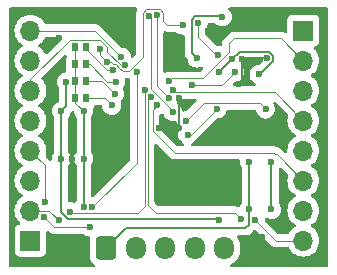
<source format=gbr>
%TF.GenerationSoftware,KiCad,Pcbnew,8.0.5*%
%TF.CreationDate,2024-12-01T15:07:37+09:00*%
%TF.ProjectId,PCA9685_ver4,50434139-3638-4355-9f76-6572342e6b69,rev?*%
%TF.SameCoordinates,Original*%
%TF.FileFunction,Copper,L2,Bot*%
%TF.FilePolarity,Positive*%
%FSLAX46Y46*%
G04 Gerber Fmt 4.6, Leading zero omitted, Abs format (unit mm)*
G04 Created by KiCad (PCBNEW 8.0.5) date 2024-12-01 15:07:37*
%MOMM*%
%LPD*%
G01*
G04 APERTURE LIST*
G04 Aperture macros list*
%AMRoundRect*
0 Rectangle with rounded corners*
0 $1 Rounding radius*
0 $2 $3 $4 $5 $6 $7 $8 $9 X,Y pos of 4 corners*
0 Add a 4 corners polygon primitive as box body*
4,1,4,$2,$3,$4,$5,$6,$7,$8,$9,$2,$3,0*
0 Add four circle primitives for the rounded corners*
1,1,$1+$1,$2,$3*
1,1,$1+$1,$4,$5*
1,1,$1+$1,$6,$7*
1,1,$1+$1,$8,$9*
0 Add four rect primitives between the rounded corners*
20,1,$1+$1,$2,$3,$4,$5,0*
20,1,$1+$1,$4,$5,$6,$7,0*
20,1,$1+$1,$6,$7,$8,$9,0*
20,1,$1+$1,$8,$9,$2,$3,0*%
G04 Aperture macros list end*
%TA.AperFunction,ComponentPad*%
%ADD10R,1.700000X1.700000*%
%TD*%
%TA.AperFunction,ComponentPad*%
%ADD11O,1.700000X1.700000*%
%TD*%
%TA.AperFunction,ComponentPad*%
%ADD12RoundRect,0.250000X-0.600000X-0.725000X0.600000X-0.725000X0.600000X0.725000X-0.600000X0.725000X0*%
%TD*%
%TA.AperFunction,ComponentPad*%
%ADD13O,1.700000X1.950000*%
%TD*%
%TA.AperFunction,SMDPad,CuDef*%
%ADD14R,0.600000X0.800000*%
%TD*%
%TA.AperFunction,ViaPad*%
%ADD15C,0.600000*%
%TD*%
%TA.AperFunction,Conductor*%
%ADD16C,0.200000*%
%TD*%
%TA.AperFunction,Conductor*%
%ADD17C,0.100000*%
%TD*%
G04 APERTURE END LIST*
D10*
%TO.P,J6,1,Pin_1*%
%TO.N,Net-(J6-Pin_1)*%
X137000000Y-72440000D03*
D11*
%TO.P,J6,2,Pin_2*%
%TO.N,DOUT1*%
X137000000Y-69900000D03*
%TO.P,J6,3,Pin_3*%
%TO.N,Net-(J6-Pin_3)*%
X137000000Y-67360000D03*
%TO.P,J6,4,Pin_4*%
%TO.N,COUT1*%
X137000000Y-64820000D03*
%TO.P,J6,5,Pin_5*%
%TO.N,Net-(J6-Pin_5)*%
X137000000Y-62280000D03*
%TO.P,J6,6,Pin_6*%
%TO.N,BOUT1*%
X137000000Y-59740000D03*
%TO.P,J6,7,Pin_7*%
%TO.N,Net-(J6-Pin_7)*%
X137000000Y-57200000D03*
%TO.P,J6,8,Pin_8*%
%TO.N,AOUT1*%
X137000000Y-54660000D03*
%TD*%
D10*
%TO.P,J3,1,Pin_1*%
%TO.N,Net-(J3-Pin_1)*%
X160100000Y-54660000D03*
D11*
%TO.P,J3,2,Pin_2*%
%TO.N,HOUT1*%
X160100000Y-57200000D03*
%TO.P,J3,3,Pin_3*%
%TO.N,Net-(J3-Pin_3)*%
X160100000Y-59740000D03*
%TO.P,J3,4,Pin_4*%
%TO.N,GOUT1*%
X160100000Y-62280000D03*
%TO.P,J3,5,Pin_5*%
%TO.N,Net-(J3-Pin_5)*%
X160100000Y-64820000D03*
%TO.P,J3,6,Pin_6*%
%TO.N,FOUT1*%
X160100000Y-67360000D03*
%TO.P,J3,7,Pin_7*%
%TO.N,Net-(J3-Pin_7)*%
X160100000Y-69900000D03*
%TO.P,J3,8,Pin_8*%
%TO.N,EOUT1*%
X160100000Y-72440000D03*
%TD*%
D12*
%TO.P,J1,1,Pin_1*%
%TO.N,+3V3*%
X143400000Y-73100000D03*
D13*
%TO.P,J1,2,Pin_2*%
%TO.N,A4*%
X145900000Y-73100000D03*
%TO.P,J1,3,Pin_3*%
%TO.N,SDA*%
X148400000Y-73100000D03*
%TO.P,J1,4,Pin_4*%
%TO.N,SCL*%
X150900000Y-73100000D03*
%TO.P,J1,5,Pin_5*%
%TO.N,+5V*%
X153400000Y-73100000D03*
%TD*%
D14*
%TO.P,JP2,1,A*%
%TO.N,+3V3*%
X140800000Y-57500000D03*
%TO.P,JP2,2,B*%
%TO.N,A1*%
X141700000Y-57500000D03*
%TD*%
%TO.P,JP4,1,A*%
%TO.N,+3V3*%
X140800000Y-60400000D03*
%TO.P,JP4,2,B*%
%TO.N,A3*%
X141700000Y-60400000D03*
%TD*%
%TO.P,JP1,1,A*%
%TO.N,+3V3*%
X140800000Y-56050000D03*
%TO.P,JP1,2,B*%
%TO.N,A0*%
X141700000Y-56050000D03*
%TD*%
%TO.P,JP3,1,A*%
%TO.N,+3V3*%
X140800000Y-58950000D03*
%TO.P,JP3,2,B*%
%TO.N,A2*%
X141700000Y-58950000D03*
%TD*%
D15*
%TO.N,Net-(U2-REFCOMP)*%
X151093750Y-57000000D03*
X153250000Y-53500000D03*
%TO.N,+3V3*%
X156350000Y-58370774D03*
X151200000Y-54000000D03*
X152846446Y-56746446D03*
X143498527Y-57297430D03*
X149900000Y-54200000D03*
X153000000Y-58200000D03*
X155515000Y-65776000D03*
X141500000Y-65500000D03*
X141500000Y-61500000D03*
X141500000Y-69600000D03*
X154100000Y-57100000D03*
X142907966Y-56207966D03*
X155500000Y-69800000D03*
%TO.N,+5V*%
X153000000Y-70700000D03*
X140049998Y-59000000D03*
X157400000Y-65800000D03*
X139600000Y-61500000D03*
X139600000Y-65500000D03*
X157400000Y-69800000D03*
%TO.N,SCL*%
X147000000Y-53400000D03*
X150175001Y-62297107D03*
X156900000Y-61300000D03*
X149050000Y-61527817D03*
%TO.N,SDA*%
X147749504Y-53372663D03*
X148707107Y-60392892D03*
X150700000Y-59300000D03*
X154300000Y-58200000D03*
%TO.N,EOUT1*%
X154800000Y-70600000D03*
X156050000Y-70700000D03*
X147200000Y-60300000D03*
%TO.N,GOUT1*%
X149050000Y-59700000D03*
%TO.N,FOUT1*%
X147730332Y-61000000D03*
%TO.N,HOUT1*%
X148730332Y-58953047D03*
%TO.N,A0*%
X144000000Y-58000000D03*
%TO.N,A1*%
X144201446Y-58998554D03*
%TO.N,A2*%
X144130000Y-59998554D03*
%TO.N,A3*%
X143880000Y-61000000D03*
%TO.N,A4*%
X156600000Y-73800000D03*
X149600000Y-62900000D03*
X149600000Y-60375000D03*
X157000000Y-57000000D03*
X141600000Y-53600000D03*
X148646875Y-56953125D03*
X154879035Y-57089685D03*
X140500000Y-65500000D03*
X158200000Y-71600000D03*
X142595000Y-61295000D03*
X155800000Y-61700000D03*
X156600000Y-72100000D03*
X154628130Y-59150000D03*
X149800000Y-66000000D03*
X149600000Y-64200000D03*
X139700000Y-57500000D03*
X147850000Y-62900000D03*
X139400000Y-55300000D03*
%TO.N,BOUT1*%
X145035412Y-57570822D03*
%TO.N,AOUT1*%
X144700000Y-56900000D03*
%TO.N,COUT1*%
X142050000Y-71300000D03*
X138181091Y-70481091D03*
X146000000Y-58200000D03*
X138200000Y-69200000D03*
X142250003Y-69600000D03*
%TO.N,DOUT1*%
X146700000Y-59700000D03*
X140363909Y-69986091D03*
X139400000Y-70700000D03*
%TO.N,Net-(U1-#OE)*%
X152800000Y-61300000D03*
X150300000Y-63500000D03*
%TO.N,A4*%
X156250000Y-54000000D03*
X152053750Y-54700000D03*
%TD*%
D16*
%TO.N,Net-(U2-REFCOMP)*%
X150650000Y-56556250D02*
X151093750Y-57000000D01*
X153250000Y-53500000D02*
X153200000Y-53450000D01*
X153200000Y-53450000D02*
X150972182Y-53450000D01*
X150650000Y-53772182D02*
X150650000Y-56556250D01*
X150972182Y-53450000D02*
X150650000Y-53772182D01*
D17*
%TO.N,+3V3*%
X144800000Y-58100000D02*
X145300000Y-58100000D01*
X143302570Y-57297430D02*
X143300000Y-57300000D01*
X143498527Y-57297430D02*
X142907966Y-56706869D01*
D16*
X156407044Y-58370774D02*
X156350000Y-58370774D01*
X154100000Y-57100000D02*
X153000000Y-58200000D01*
D17*
X142907966Y-56706869D02*
X142907966Y-56207966D01*
X151200000Y-55200000D02*
X152746446Y-56746446D01*
D16*
X155200000Y-71400000D02*
X145100000Y-71400000D01*
X155500000Y-69800000D02*
X155500000Y-71100000D01*
X154740902Y-56450000D02*
X157227818Y-56450000D01*
D17*
X148600000Y-54200000D02*
X149900000Y-54200000D01*
X144500000Y-57800000D02*
X144800000Y-58100000D01*
X140800000Y-60400000D02*
X140800000Y-60800000D01*
X143790323Y-57297430D02*
X143992893Y-57500000D01*
D16*
X154100000Y-57090902D02*
X154740902Y-56450000D01*
D17*
X146820230Y-52872663D02*
X147956611Y-52872663D01*
X140800000Y-60800000D02*
X141500000Y-61500000D01*
D16*
X155515000Y-69785000D02*
X155500000Y-69800000D01*
X155500000Y-71100000D02*
X155200000Y-71400000D01*
X155515000Y-65776000D02*
X155515000Y-69785000D01*
D17*
X152746446Y-56746446D02*
X152846446Y-56746446D01*
D16*
X157550000Y-57227818D02*
X156407044Y-58370774D01*
D17*
X144207107Y-57500000D02*
X144500000Y-57792893D01*
X144500000Y-57792893D02*
X144500000Y-57800000D01*
X146500000Y-56900000D02*
X146500000Y-53192893D01*
X151200000Y-54000000D02*
X151200000Y-55200000D01*
X140800000Y-56050000D02*
X140800000Y-60400000D01*
D16*
X157550000Y-56772182D02*
X157550000Y-57227818D01*
D17*
X143498527Y-57297430D02*
X143790323Y-57297430D01*
X146500000Y-53192893D02*
X146820230Y-52872663D01*
X148249504Y-53165556D02*
X148249504Y-53849504D01*
X143992893Y-57500000D02*
X144207107Y-57500000D01*
X148249504Y-53849504D02*
X148600000Y-54200000D01*
D16*
X145100000Y-71400000D02*
X143400000Y-73100000D01*
D17*
X145300000Y-58100000D02*
X146500000Y-56900000D01*
D16*
X154100000Y-57100000D02*
X154100000Y-57090902D01*
X157227818Y-56450000D02*
X157550000Y-56772182D01*
X141500000Y-65500000D02*
X141500000Y-61500000D01*
D17*
X147956611Y-52872663D02*
X148249504Y-53165556D01*
D16*
X141500000Y-65500000D02*
X141500000Y-69600000D01*
%TO.N,+5V*%
X139600000Y-65500000D02*
X139600000Y-61500000D01*
X139600000Y-70000000D02*
X140200000Y-70600000D01*
X140200000Y-70600000D02*
X152900000Y-70600000D01*
X157400000Y-65800000D02*
X157400000Y-69800000D01*
X152900000Y-70600000D02*
X153000000Y-70700000D01*
X140049998Y-59000000D02*
X140049998Y-61050002D01*
X139600000Y-65500000D02*
X139600000Y-69600000D01*
X140049998Y-61050002D02*
X139600000Y-61500000D01*
X139600000Y-69600000D02*
X139600000Y-70000000D01*
D17*
%TO.N,SCL*%
X156400000Y-60800000D02*
X151672108Y-60800000D01*
X156900000Y-61300000D02*
X156400000Y-60800000D01*
X147200000Y-59592893D02*
X149050000Y-61442893D01*
X151672108Y-60800000D02*
X150175001Y-62297107D01*
X147000000Y-53400000D02*
X147200000Y-53600000D01*
X147200000Y-53600000D02*
X147200000Y-59592893D01*
X149050000Y-61442893D02*
X149050000Y-61527817D01*
%TO.N,SDA*%
X147749504Y-53372663D02*
X147700000Y-53422167D01*
X147700000Y-53422167D02*
X147700000Y-59385785D01*
X147700000Y-59385785D02*
X148707107Y-60392892D01*
X153200000Y-59300000D02*
X150700000Y-59300000D01*
X154300000Y-58200000D02*
X153200000Y-59300000D01*
%TO.N,EOUT1*%
X147600000Y-70100000D02*
X154300000Y-70100000D01*
X156050000Y-70700000D02*
X157790000Y-72440000D01*
X146950000Y-69450000D02*
X147600000Y-70100000D01*
X157790000Y-72440000D02*
X160100000Y-72440000D01*
X147200000Y-60300000D02*
X146950000Y-60550000D01*
X154300000Y-70100000D02*
X154800000Y-70600000D01*
X146950000Y-60550000D02*
X146950000Y-69450000D01*
%TO.N,GOUT1*%
X149225000Y-59875000D02*
X157695000Y-59875000D01*
X157695000Y-59875000D02*
X160100000Y-62280000D01*
X149050000Y-59700000D02*
X149225000Y-59875000D01*
%TO.N,FOUT1*%
X157840000Y-65100000D02*
X160100000Y-67360000D01*
X147350000Y-63150000D02*
X149200000Y-65000000D01*
X157700000Y-65100000D02*
X157840000Y-65100000D01*
X147350000Y-61380332D02*
X147350000Y-63150000D01*
X157600000Y-65000000D02*
X157700000Y-65100000D01*
X147730332Y-61000000D02*
X147350000Y-61380332D01*
X149200000Y-65000000D02*
X157600000Y-65000000D01*
%TO.N,HOUT1*%
X153800000Y-56499999D02*
X153800000Y-55700000D01*
X154200000Y-55300000D02*
X158200000Y-55300000D01*
X148730332Y-58953047D02*
X148983379Y-58700000D01*
X153800000Y-55700000D02*
X154200000Y-55300000D01*
X158200000Y-55300000D02*
X160100000Y-57200000D01*
X148983379Y-58700000D02*
X151599999Y-58700000D01*
X151599999Y-58700000D02*
X153800000Y-56499999D01*
%TO.N,A0*%
X143493990Y-58000000D02*
X141700000Y-56206010D01*
X144000000Y-58000000D02*
X143493990Y-58000000D01*
X141700000Y-56206010D02*
X141700000Y-56050000D01*
%TO.N,A1*%
X142000000Y-57500000D02*
X141700000Y-57500000D01*
X143498554Y-58998554D02*
X142000000Y-57500000D01*
X144201446Y-58998554D02*
X143498554Y-58998554D01*
%TO.N,A2*%
X143081446Y-58950000D02*
X141700000Y-58950000D01*
X144130000Y-59998554D02*
X143081446Y-58950000D01*
%TO.N,A3*%
X141700000Y-60400000D02*
X143280000Y-60400000D01*
X143280000Y-60400000D02*
X143880000Y-61000000D01*
D16*
%TO.N,A4*%
X149600000Y-62900000D02*
X149600000Y-60375000D01*
X156600000Y-73800000D02*
X156600000Y-72100000D01*
X154968720Y-57000000D02*
X154879035Y-57089685D01*
X157000000Y-57000000D02*
X154968720Y-57000000D01*
X154879035Y-58899095D02*
X154628130Y-59150000D01*
X154879035Y-57089685D02*
X154879035Y-58899095D01*
X149600000Y-62900000D02*
X147850000Y-62900000D01*
D17*
%TO.N,BOUT1*%
X143500000Y-56439339D02*
X143500000Y-56092893D01*
X144631483Y-57570822D02*
X143500000Y-56439339D01*
X142857107Y-55450000D02*
X140350000Y-55450000D01*
X143500000Y-56092893D02*
X142857107Y-55450000D01*
X145035412Y-57570822D02*
X144631483Y-57570822D01*
X140350000Y-55450000D02*
X137000000Y-58800000D01*
X137000000Y-58800000D02*
X137000000Y-59740000D01*
%TO.N,AOUT1*%
X144700000Y-56900000D02*
X142460000Y-54660000D01*
X142460000Y-54660000D02*
X137000000Y-54660000D01*
%TO.N,COUT1*%
X146000000Y-58200000D02*
X146000000Y-65850003D01*
X138200000Y-66020000D02*
X137000000Y-64820000D01*
X139000000Y-71300000D02*
X138181091Y-70481091D01*
X142050000Y-71300000D02*
X139000000Y-71300000D01*
X146000000Y-65850003D02*
X142250003Y-69600000D01*
X138200000Y-69200000D02*
X138200000Y-66020000D01*
%TO.N,DOUT1*%
X139400000Y-70700000D02*
X138600000Y-69900000D01*
X140477818Y-70100000D02*
X140363909Y-69986091D01*
X146700000Y-69500000D02*
X146100000Y-70100000D01*
X138600000Y-69900000D02*
X137000000Y-69900000D01*
X146700000Y-59700000D02*
X146700000Y-69500000D01*
X146100000Y-70100000D02*
X140477818Y-70100000D01*
%TO.N,Net-(U1-#OE)*%
X152800000Y-61300000D02*
X150600000Y-63500000D01*
X150600000Y-63500000D02*
X150300000Y-63500000D01*
D16*
%TO.N,A4*%
X156250000Y-54000000D02*
X155550000Y-54700000D01*
X155550000Y-54700000D02*
X152053750Y-54700000D01*
%TD*%
%TA.AperFunction,Conductor*%
%TO.N,A4*%
G36*
X146000885Y-52720185D02*
G01*
X146046640Y-52772989D01*
X146056584Y-52842147D01*
X146041233Y-52886500D01*
X145995639Y-52965471D01*
X145987017Y-52980403D01*
X145982372Y-52997738D01*
X145949500Y-53120418D01*
X145949500Y-53120420D01*
X145949500Y-56620612D01*
X145929815Y-56687651D01*
X145913181Y-56708293D01*
X145709500Y-56911973D01*
X145648177Y-56945458D01*
X145578485Y-56940474D01*
X145522552Y-56898602D01*
X145498599Y-56838175D01*
X145485369Y-56720749D01*
X145485368Y-56720745D01*
X145475456Y-56692417D01*
X145425789Y-56550478D01*
X145419453Y-56540395D01*
X145329815Y-56397737D01*
X145202262Y-56270184D01*
X145049523Y-56174211D01*
X144879254Y-56114631D01*
X144879249Y-56114630D01*
X144712643Y-56095859D01*
X144648229Y-56068793D01*
X144638845Y-56060320D01*
X142798016Y-54219491D01*
X142798015Y-54219490D01*
X142672485Y-54147016D01*
X142672486Y-54147016D01*
X142608294Y-54129816D01*
X142532475Y-54109500D01*
X142532472Y-54109500D01*
X138312407Y-54109500D01*
X138245368Y-54089815D01*
X138200025Y-54037906D01*
X138195745Y-54028728D01*
X138174035Y-53982171D01*
X138174033Y-53982168D01*
X138038494Y-53788597D01*
X137871402Y-53621506D01*
X137871395Y-53621501D01*
X137677834Y-53485967D01*
X137677830Y-53485965D01*
X137677828Y-53485964D01*
X137463663Y-53386097D01*
X137463659Y-53386096D01*
X137463655Y-53386094D01*
X137235413Y-53324938D01*
X137235403Y-53324936D01*
X137000001Y-53304341D01*
X136999999Y-53304341D01*
X136764596Y-53324936D01*
X136764586Y-53324938D01*
X136536344Y-53386094D01*
X136536335Y-53386098D01*
X136322171Y-53485964D01*
X136322169Y-53485965D01*
X136128597Y-53621505D01*
X135961505Y-53788597D01*
X135825965Y-53982169D01*
X135825964Y-53982171D01*
X135726098Y-54196335D01*
X135726094Y-54196344D01*
X135664938Y-54424586D01*
X135664936Y-54424596D01*
X135644341Y-54659999D01*
X135644341Y-54660000D01*
X135664936Y-54895403D01*
X135664938Y-54895413D01*
X135726094Y-55123655D01*
X135726096Y-55123659D01*
X135726097Y-55123663D01*
X135766590Y-55210500D01*
X135825965Y-55337830D01*
X135825967Y-55337834D01*
X135961501Y-55531395D01*
X135961506Y-55531402D01*
X136128597Y-55698493D01*
X136128603Y-55698498D01*
X136314158Y-55828425D01*
X136357783Y-55883002D01*
X136364977Y-55952500D01*
X136333454Y-56014855D01*
X136314158Y-56031575D01*
X136128597Y-56161505D01*
X135961505Y-56328597D01*
X135825965Y-56522169D01*
X135825964Y-56522171D01*
X135726098Y-56736335D01*
X135726094Y-56736344D01*
X135664938Y-56964586D01*
X135664936Y-56964596D01*
X135644341Y-57199999D01*
X135644341Y-57200000D01*
X135664936Y-57435403D01*
X135664938Y-57435413D01*
X135726094Y-57663655D01*
X135726096Y-57663659D01*
X135726097Y-57663663D01*
X135775745Y-57770133D01*
X135825965Y-57877830D01*
X135825967Y-57877834D01*
X135961501Y-58071395D01*
X135961506Y-58071402D01*
X136128597Y-58238493D01*
X136128603Y-58238498D01*
X136314158Y-58368425D01*
X136357783Y-58423002D01*
X136364977Y-58492500D01*
X136333454Y-58554855D01*
X136314158Y-58571575D01*
X136128597Y-58701505D01*
X135961505Y-58868597D01*
X135825965Y-59062169D01*
X135825964Y-59062171D01*
X135726098Y-59276335D01*
X135726094Y-59276344D01*
X135664938Y-59504586D01*
X135664936Y-59504596D01*
X135644341Y-59739999D01*
X135644341Y-59740000D01*
X135664936Y-59975403D01*
X135664938Y-59975413D01*
X135726094Y-60203655D01*
X135726096Y-60203659D01*
X135726097Y-60203663D01*
X135793438Y-60348076D01*
X135825965Y-60417830D01*
X135825967Y-60417834D01*
X135961501Y-60611395D01*
X135961506Y-60611402D01*
X136128597Y-60778493D01*
X136128603Y-60778498D01*
X136314158Y-60908425D01*
X136357783Y-60963002D01*
X136364977Y-61032500D01*
X136333454Y-61094855D01*
X136314158Y-61111575D01*
X136128597Y-61241505D01*
X135961505Y-61408597D01*
X135825965Y-61602169D01*
X135825964Y-61602171D01*
X135726098Y-61816335D01*
X135726094Y-61816344D01*
X135664938Y-62044586D01*
X135664936Y-62044596D01*
X135644341Y-62279999D01*
X135644341Y-62280000D01*
X135664936Y-62515403D01*
X135664938Y-62515413D01*
X135726094Y-62743655D01*
X135726096Y-62743659D01*
X135726097Y-62743663D01*
X135811553Y-62926923D01*
X135825965Y-62957830D01*
X135825967Y-62957834D01*
X135934281Y-63112521D01*
X135960857Y-63150476D01*
X135961501Y-63151395D01*
X135961506Y-63151402D01*
X136128597Y-63318493D01*
X136128603Y-63318498D01*
X136314158Y-63448425D01*
X136357783Y-63503002D01*
X136364977Y-63572500D01*
X136333454Y-63634855D01*
X136314158Y-63651575D01*
X136128597Y-63781505D01*
X135961505Y-63948597D01*
X135825965Y-64142169D01*
X135825964Y-64142171D01*
X135726098Y-64356335D01*
X135726094Y-64356344D01*
X135664938Y-64584586D01*
X135664936Y-64584596D01*
X135644341Y-64819999D01*
X135644341Y-64820000D01*
X135664936Y-65055403D01*
X135664938Y-65055413D01*
X135726094Y-65283655D01*
X135726096Y-65283659D01*
X135726097Y-65283663D01*
X135799235Y-65440508D01*
X135825965Y-65497830D01*
X135825967Y-65497834D01*
X135923871Y-65637654D01*
X135959392Y-65688384D01*
X135961501Y-65691395D01*
X135961506Y-65691402D01*
X136128597Y-65858493D01*
X136128603Y-65858498D01*
X136314158Y-65988425D01*
X136357783Y-66043002D01*
X136364977Y-66112500D01*
X136333454Y-66174855D01*
X136314158Y-66191575D01*
X136128597Y-66321505D01*
X135961505Y-66488597D01*
X135825965Y-66682169D01*
X135825964Y-66682171D01*
X135726098Y-66896335D01*
X135726094Y-66896344D01*
X135664938Y-67124586D01*
X135664936Y-67124596D01*
X135644341Y-67359999D01*
X135644341Y-67360000D01*
X135664936Y-67595403D01*
X135664938Y-67595413D01*
X135726094Y-67823655D01*
X135726096Y-67823659D01*
X135726097Y-67823663D01*
X135825965Y-68037830D01*
X135825967Y-68037834D01*
X135961501Y-68231395D01*
X135961506Y-68231402D01*
X136128597Y-68398493D01*
X136128603Y-68398498D01*
X136314158Y-68528425D01*
X136357783Y-68583002D01*
X136364977Y-68652500D01*
X136333454Y-68714855D01*
X136314158Y-68731575D01*
X136128597Y-68861505D01*
X135961505Y-69028597D01*
X135825965Y-69222169D01*
X135825964Y-69222171D01*
X135726098Y-69436335D01*
X135726094Y-69436344D01*
X135664938Y-69664586D01*
X135664936Y-69664596D01*
X135644341Y-69899999D01*
X135644341Y-69900000D01*
X135664936Y-70135403D01*
X135664938Y-70135413D01*
X135726094Y-70363655D01*
X135726096Y-70363659D01*
X135726097Y-70363663D01*
X135756945Y-70429816D01*
X135825965Y-70577830D01*
X135825967Y-70577834D01*
X135961501Y-70771395D01*
X135961506Y-70771402D01*
X136083430Y-70893326D01*
X136116915Y-70954649D01*
X136111931Y-71024341D01*
X136070059Y-71080274D01*
X136039083Y-71097189D01*
X135907669Y-71146203D01*
X135907664Y-71146206D01*
X135792455Y-71232452D01*
X135792452Y-71232455D01*
X135706206Y-71347664D01*
X135706202Y-71347671D01*
X135655908Y-71482517D01*
X135649501Y-71542116D01*
X135649500Y-71542135D01*
X135649500Y-73337870D01*
X135649501Y-73337876D01*
X135655908Y-73397483D01*
X135706202Y-73532328D01*
X135706206Y-73532335D01*
X135792452Y-73647544D01*
X135792455Y-73647547D01*
X135907664Y-73733793D01*
X135907671Y-73733797D01*
X136042517Y-73784091D01*
X136042516Y-73784091D01*
X136049444Y-73784835D01*
X136102127Y-73790500D01*
X137897872Y-73790499D01*
X137957483Y-73784091D01*
X138092331Y-73733796D01*
X138207546Y-73647546D01*
X138293796Y-73532331D01*
X138344091Y-73397483D01*
X138350500Y-73337873D01*
X138350499Y-71728385D01*
X138370184Y-71661347D01*
X138422987Y-71615592D01*
X138492146Y-71605648D01*
X138555702Y-71634673D01*
X138562180Y-71640705D01*
X138661985Y-71740510D01*
X138768868Y-71802218D01*
X138787515Y-71812984D01*
X138927525Y-71850500D01*
X141417060Y-71850500D01*
X141484099Y-71870185D01*
X141504741Y-71886819D01*
X141547738Y-71929816D01*
X141700478Y-72025789D01*
X141870745Y-72085368D01*
X141870750Y-72085369D01*
X141929527Y-72091991D01*
X141949719Y-72094266D01*
X142014133Y-72121332D01*
X142053689Y-72178926D01*
X142059195Y-72230088D01*
X142049500Y-72324981D01*
X142049500Y-73875001D01*
X142049501Y-73875018D01*
X142060000Y-73977796D01*
X142060001Y-73977799D01*
X142094031Y-74080493D01*
X142115186Y-74144334D01*
X142207288Y-74293656D01*
X142331344Y-74417712D01*
X142408035Y-74465015D01*
X142416054Y-74469961D01*
X142462778Y-74521909D01*
X142474001Y-74590872D01*
X142446157Y-74654954D01*
X142388089Y-74693810D01*
X142350957Y-74699500D01*
X135324500Y-74699500D01*
X135257461Y-74679815D01*
X135211706Y-74627011D01*
X135200500Y-74575500D01*
X135200500Y-52824500D01*
X135220185Y-52757461D01*
X135272989Y-52711706D01*
X135324500Y-52700500D01*
X145933846Y-52700500D01*
X146000885Y-52720185D01*
G37*
%TD.AperFunction*%
%TA.AperFunction,Conductor*%
G36*
X162142539Y-52720185D02*
G01*
X162188294Y-52772989D01*
X162199500Y-52824500D01*
X162199500Y-74575500D01*
X162179815Y-74642539D01*
X162127011Y-74688294D01*
X162075500Y-74699500D01*
X153997360Y-74699500D01*
X153930321Y-74679815D01*
X153884566Y-74627011D01*
X153874622Y-74557853D01*
X153903647Y-74494297D01*
X153941065Y-74465015D01*
X153966194Y-74452210D01*
X154107816Y-74380051D01*
X154226728Y-74293657D01*
X154279786Y-74255109D01*
X154279788Y-74255106D01*
X154279792Y-74255104D01*
X154430104Y-74104792D01*
X154430106Y-74104788D01*
X154430109Y-74104786D01*
X154555048Y-73932820D01*
X154555047Y-73932820D01*
X154555051Y-73932816D01*
X154651557Y-73743412D01*
X154717246Y-73541243D01*
X154750500Y-73331287D01*
X154750500Y-72868713D01*
X154717246Y-72658757D01*
X154651557Y-72456588D01*
X154555051Y-72267184D01*
X154548044Y-72257540D01*
X154504340Y-72197385D01*
X154480860Y-72131579D01*
X154496686Y-72063525D01*
X154546791Y-72014830D01*
X154604658Y-72000500D01*
X155113331Y-72000500D01*
X155113347Y-72000501D01*
X155120943Y-72000501D01*
X155279054Y-72000501D01*
X155279057Y-72000501D01*
X155431785Y-71959577D01*
X155488182Y-71927016D01*
X155568716Y-71880520D01*
X155680520Y-71768716D01*
X155680520Y-71768714D01*
X155690724Y-71758511D01*
X155690728Y-71758506D01*
X155858505Y-71590729D01*
X155858510Y-71590725D01*
X155868714Y-71580520D01*
X155868716Y-71580520D01*
X155912214Y-71537021D01*
X155973534Y-71503537D01*
X156013775Y-71501483D01*
X156037359Y-71504140D01*
X156101772Y-71531207D01*
X156111155Y-71539679D01*
X157451986Y-72880510D01*
X157509844Y-72913914D01*
X157577515Y-72952984D01*
X157717525Y-72990500D01*
X157717526Y-72990500D01*
X157862474Y-72990500D01*
X158787593Y-72990500D01*
X158854632Y-73010185D01*
X158899974Y-73062093D01*
X158925965Y-73117830D01*
X158925966Y-73117832D01*
X158925967Y-73117833D01*
X158925967Y-73117834D01*
X159034281Y-73272521D01*
X159061505Y-73311401D01*
X159228599Y-73478495D01*
X159318207Y-73541239D01*
X159422165Y-73614032D01*
X159422167Y-73614033D01*
X159422170Y-73614035D01*
X159636337Y-73713903D01*
X159864592Y-73775063D01*
X160041034Y-73790500D01*
X160099999Y-73795659D01*
X160100000Y-73795659D01*
X160100001Y-73795659D01*
X160158966Y-73790500D01*
X160335408Y-73775063D01*
X160563663Y-73713903D01*
X160777830Y-73614035D01*
X160971401Y-73478495D01*
X161138495Y-73311401D01*
X161274035Y-73117830D01*
X161373903Y-72903663D01*
X161435063Y-72675408D01*
X161455659Y-72440000D01*
X161435063Y-72204592D01*
X161373903Y-71976337D01*
X161274035Y-71762171D01*
X161271473Y-71758511D01*
X161138494Y-71568597D01*
X160971402Y-71401506D01*
X160971396Y-71401501D01*
X160785842Y-71271575D01*
X160742217Y-71216998D01*
X160735023Y-71147500D01*
X160766546Y-71085145D01*
X160785842Y-71068425D01*
X160848800Y-71024341D01*
X160971401Y-70938495D01*
X161138495Y-70771401D01*
X161274035Y-70577830D01*
X161373903Y-70363663D01*
X161435063Y-70135408D01*
X161455659Y-69900000D01*
X161435063Y-69664592D01*
X161377692Y-69450478D01*
X161373905Y-69436344D01*
X161373904Y-69436343D01*
X161373903Y-69436337D01*
X161274035Y-69222171D01*
X161270826Y-69217587D01*
X161138494Y-69028597D01*
X160971402Y-68861506D01*
X160971396Y-68861501D01*
X160785842Y-68731575D01*
X160742217Y-68676998D01*
X160735023Y-68607500D01*
X160766546Y-68545145D01*
X160785842Y-68528425D01*
X160808026Y-68512891D01*
X160971401Y-68398495D01*
X161138495Y-68231401D01*
X161274035Y-68037830D01*
X161373903Y-67823663D01*
X161435063Y-67595408D01*
X161455659Y-67360000D01*
X161435063Y-67124592D01*
X161373903Y-66896337D01*
X161274035Y-66682171D01*
X161260057Y-66662207D01*
X161138494Y-66488597D01*
X160971402Y-66321506D01*
X160971396Y-66321501D01*
X160785842Y-66191575D01*
X160742217Y-66136998D01*
X160735023Y-66067500D01*
X160766546Y-66005145D01*
X160785842Y-65988425D01*
X160828693Y-65958420D01*
X160971401Y-65858495D01*
X161138495Y-65691401D01*
X161274035Y-65497830D01*
X161373903Y-65283663D01*
X161435063Y-65055408D01*
X161455659Y-64820000D01*
X161435063Y-64584592D01*
X161373903Y-64356337D01*
X161274035Y-64142171D01*
X161265384Y-64129815D01*
X161138494Y-63948597D01*
X160971402Y-63781506D01*
X160971396Y-63781501D01*
X160785842Y-63651575D01*
X160742217Y-63596998D01*
X160735023Y-63527500D01*
X160766546Y-63465145D01*
X160785842Y-63448425D01*
X160808026Y-63432891D01*
X160971401Y-63318495D01*
X161138495Y-63151401D01*
X161274035Y-62957830D01*
X161373903Y-62743663D01*
X161435063Y-62515408D01*
X161455659Y-62280000D01*
X161435063Y-62044592D01*
X161373903Y-61816337D01*
X161274035Y-61602171D01*
X161246008Y-61562143D01*
X161138494Y-61408597D01*
X160971402Y-61241506D01*
X160971396Y-61241501D01*
X160785842Y-61111575D01*
X160742217Y-61056998D01*
X160735023Y-60987500D01*
X160766546Y-60925145D01*
X160785842Y-60908425D01*
X160853450Y-60861085D01*
X160971401Y-60778495D01*
X161138495Y-60611401D01*
X161274035Y-60417830D01*
X161373903Y-60203663D01*
X161435063Y-59975408D01*
X161455659Y-59740000D01*
X161435063Y-59504592D01*
X161373903Y-59276337D01*
X161274035Y-59062171D01*
X161234400Y-59005565D01*
X161138494Y-58868597D01*
X160971402Y-58701506D01*
X160971396Y-58701501D01*
X160785842Y-58571575D01*
X160742217Y-58516998D01*
X160735023Y-58447500D01*
X160766546Y-58385145D01*
X160785842Y-58368425D01*
X160920393Y-58274211D01*
X160971401Y-58238495D01*
X161138495Y-58071401D01*
X161274035Y-57877830D01*
X161373903Y-57663663D01*
X161435063Y-57435408D01*
X161455659Y-57200000D01*
X161453843Y-57179249D01*
X161446239Y-57092331D01*
X161435063Y-56964592D01*
X161373903Y-56736337D01*
X161274035Y-56522171D01*
X161274032Y-56522167D01*
X161138496Y-56328600D01*
X161080080Y-56270184D01*
X161016567Y-56206671D01*
X160983084Y-56145351D01*
X160988068Y-56075659D01*
X161029939Y-56019725D01*
X161060915Y-56002810D01*
X161192331Y-55953796D01*
X161307546Y-55867546D01*
X161393796Y-55752331D01*
X161444091Y-55617483D01*
X161450500Y-55557873D01*
X161450499Y-53762128D01*
X161444091Y-53702517D01*
X161435414Y-53679254D01*
X161393797Y-53567671D01*
X161393793Y-53567664D01*
X161307547Y-53452455D01*
X161307544Y-53452452D01*
X161192335Y-53366206D01*
X161192328Y-53366202D01*
X161057482Y-53315908D01*
X161057483Y-53315908D01*
X160997883Y-53309501D01*
X160997881Y-53309500D01*
X160997873Y-53309500D01*
X160997864Y-53309500D01*
X159202129Y-53309500D01*
X159202123Y-53309501D01*
X159142516Y-53315908D01*
X159007671Y-53366202D01*
X159007664Y-53366206D01*
X158892455Y-53452452D01*
X158892452Y-53452455D01*
X158806206Y-53567664D01*
X158806202Y-53567671D01*
X158755908Y-53702517D01*
X158749501Y-53762116D01*
X158749501Y-53762123D01*
X158749500Y-53762135D01*
X158749500Y-54771613D01*
X158729815Y-54838652D01*
X158677011Y-54884407D01*
X158607853Y-54894351D01*
X158544297Y-54865326D01*
X158538099Y-54859554D01*
X158538011Y-54859487D01*
X158412488Y-54787017D01*
X158412483Y-54787015D01*
X158406339Y-54785369D01*
X158406335Y-54785368D01*
X158272475Y-54749500D01*
X154127525Y-54749500D01*
X154022517Y-54777637D01*
X153987514Y-54787016D01*
X153861986Y-54859489D01*
X153861983Y-54859491D01*
X153359491Y-55361983D01*
X153359490Y-55361985D01*
X153290098Y-55482177D01*
X153287016Y-55487515D01*
X153249500Y-55627525D01*
X153249500Y-55627527D01*
X153249500Y-55864626D01*
X153229815Y-55931665D01*
X153177011Y-55977420D01*
X153107853Y-55987364D01*
X153084546Y-55981668D01*
X153025703Y-55961078D01*
X153025695Y-55961076D01*
X152846450Y-55940881D01*
X152846443Y-55940881D01*
X152791609Y-55947059D01*
X152722787Y-55935004D01*
X152690045Y-55911520D01*
X151786819Y-55008294D01*
X151753334Y-54946971D01*
X151750500Y-54920613D01*
X151750500Y-54632940D01*
X151770185Y-54565901D01*
X151786819Y-54545259D01*
X151829816Y-54502262D01*
X151925789Y-54349522D01*
X151985368Y-54179255D01*
X151985369Y-54179250D01*
X151987469Y-54160615D01*
X152014536Y-54096201D01*
X152072132Y-54056647D01*
X152110689Y-54050500D01*
X152617060Y-54050500D01*
X152684099Y-54070185D01*
X152704741Y-54086819D01*
X152747738Y-54129816D01*
X152826412Y-54179250D01*
X152890454Y-54219491D01*
X152900478Y-54225789D01*
X153070745Y-54285368D01*
X153070750Y-54285369D01*
X153249996Y-54305565D01*
X153250000Y-54305565D01*
X153250004Y-54305565D01*
X153429249Y-54285369D01*
X153429252Y-54285368D01*
X153429255Y-54285368D01*
X153599522Y-54225789D01*
X153752262Y-54129816D01*
X153879816Y-54002262D01*
X153975789Y-53849522D01*
X154035368Y-53679255D01*
X154039040Y-53646666D01*
X154055565Y-53500003D01*
X154055565Y-53499996D01*
X154035369Y-53320750D01*
X154035368Y-53320745D01*
X153975788Y-53150476D01*
X153879815Y-52997737D01*
X153794259Y-52912181D01*
X153760774Y-52850858D01*
X153765758Y-52781166D01*
X153807630Y-52725233D01*
X153873094Y-52700816D01*
X153881940Y-52700500D01*
X162075500Y-52700500D01*
X162142539Y-52720185D01*
G37*
%TD.AperFunction*%
%TA.AperFunction,Conductor*%
G36*
X158222591Y-66261698D02*
G01*
X158230030Y-66268554D01*
X158782176Y-66820700D01*
X158815661Y-66882023D01*
X158814270Y-66940474D01*
X158764938Y-67124586D01*
X158764936Y-67124596D01*
X158744341Y-67359999D01*
X158744341Y-67360000D01*
X158764936Y-67595403D01*
X158764938Y-67595413D01*
X158826094Y-67823655D01*
X158826096Y-67823659D01*
X158826097Y-67823663D01*
X158925965Y-68037830D01*
X158925967Y-68037834D01*
X159061501Y-68231395D01*
X159061506Y-68231402D01*
X159228597Y-68398493D01*
X159228603Y-68398498D01*
X159414158Y-68528425D01*
X159457783Y-68583002D01*
X159464977Y-68652500D01*
X159433454Y-68714855D01*
X159414158Y-68731575D01*
X159228597Y-68861505D01*
X159061505Y-69028597D01*
X158925965Y-69222169D01*
X158925964Y-69222171D01*
X158826098Y-69436335D01*
X158826094Y-69436344D01*
X158764938Y-69664586D01*
X158764936Y-69664596D01*
X158744341Y-69899999D01*
X158744341Y-69900000D01*
X158764936Y-70135403D01*
X158764938Y-70135413D01*
X158826094Y-70363655D01*
X158826096Y-70363659D01*
X158826097Y-70363663D01*
X158856945Y-70429816D01*
X158925965Y-70577830D01*
X158925967Y-70577834D01*
X159061501Y-70771395D01*
X159061506Y-70771402D01*
X159228597Y-70938493D01*
X159228603Y-70938498D01*
X159414158Y-71068425D01*
X159457783Y-71123002D01*
X159464977Y-71192500D01*
X159433454Y-71254855D01*
X159414158Y-71271575D01*
X159228597Y-71401505D01*
X159061505Y-71568597D01*
X158925966Y-71762168D01*
X158899975Y-71817906D01*
X158853802Y-71870345D01*
X158787593Y-71889500D01*
X158069386Y-71889500D01*
X158002347Y-71869815D01*
X157981705Y-71853181D01*
X156889679Y-70761155D01*
X156856194Y-70699832D01*
X156854143Y-70687379D01*
X156848419Y-70636578D01*
X156860476Y-70567757D01*
X156907826Y-70516379D01*
X156975436Y-70498756D01*
X157037615Y-70517706D01*
X157050478Y-70525789D01*
X157170416Y-70567757D01*
X157220745Y-70585368D01*
X157220750Y-70585369D01*
X157399996Y-70605565D01*
X157400000Y-70605565D01*
X157400004Y-70605565D01*
X157579249Y-70585369D01*
X157579252Y-70585368D01*
X157579255Y-70585368D01*
X157749522Y-70525789D01*
X157902262Y-70429816D01*
X158029816Y-70302262D01*
X158125789Y-70149522D01*
X158185368Y-69979255D01*
X158185369Y-69979249D01*
X158205565Y-69800003D01*
X158205565Y-69799996D01*
X158185369Y-69620750D01*
X158185368Y-69620745D01*
X158133939Y-69473770D01*
X158125789Y-69450478D01*
X158116902Y-69436335D01*
X158092645Y-69397730D01*
X158029816Y-69297738D01*
X158029814Y-69297736D01*
X158029813Y-69297734D01*
X158027550Y-69294896D01*
X158026659Y-69292715D01*
X158026111Y-69291842D01*
X158026264Y-69291745D01*
X158001144Y-69230209D01*
X158000500Y-69217587D01*
X158000500Y-66382412D01*
X158020185Y-66315373D01*
X158027555Y-66305097D01*
X158029815Y-66302263D01*
X158029816Y-66302262D01*
X158037355Y-66290264D01*
X158089689Y-66243972D01*
X158158742Y-66233323D01*
X158222591Y-66261698D01*
G37*
%TD.AperFunction*%
%TA.AperFunction,Conductor*%
G36*
X147705703Y-64284674D02*
G01*
X147712181Y-64290706D01*
X148861985Y-65440510D01*
X148965026Y-65500000D01*
X148987515Y-65512984D01*
X149127525Y-65550500D01*
X149127526Y-65550500D01*
X149272474Y-65550500D01*
X154596086Y-65550500D01*
X154663125Y-65570185D01*
X154708880Y-65622989D01*
X154719306Y-65688383D01*
X154709435Y-65775995D01*
X154709435Y-65776003D01*
X154729630Y-65955249D01*
X154729631Y-65955254D01*
X154789211Y-66125523D01*
X154885185Y-66278263D01*
X154887445Y-66281097D01*
X154888334Y-66283275D01*
X154888889Y-66284158D01*
X154888734Y-66284255D01*
X154913855Y-66345783D01*
X154914500Y-66358412D01*
X154914500Y-69202060D01*
X154894815Y-69269099D01*
X154878181Y-69289741D01*
X154870184Y-69297737D01*
X154774209Y-69450480D01*
X154739905Y-69548515D01*
X154699184Y-69605291D01*
X154634231Y-69631038D01*
X154565669Y-69617582D01*
X154560865Y-69614948D01*
X154544138Y-69605291D01*
X154512485Y-69587016D01*
X154512486Y-69587016D01*
X154477482Y-69577637D01*
X154372475Y-69549500D01*
X154372472Y-69549500D01*
X147879387Y-69549500D01*
X147812348Y-69529815D01*
X147791706Y-69513181D01*
X147536819Y-69258294D01*
X147503334Y-69196971D01*
X147500500Y-69170613D01*
X147500500Y-64378387D01*
X147520185Y-64311348D01*
X147572989Y-64265593D01*
X147642147Y-64255649D01*
X147705703Y-64284674D01*
G37*
%TD.AperFunction*%
%TA.AperFunction,Conductor*%
G36*
X140618548Y-61433201D02*
G01*
X140674481Y-61475073D01*
X140698434Y-61535499D01*
X140714630Y-61679250D01*
X140714631Y-61679254D01*
X140774211Y-61849523D01*
X140870185Y-62002263D01*
X140872445Y-62005097D01*
X140873334Y-62007275D01*
X140873889Y-62008158D01*
X140873734Y-62008255D01*
X140898855Y-62069783D01*
X140899500Y-62082412D01*
X140899500Y-64917587D01*
X140879815Y-64984626D01*
X140872450Y-64994896D01*
X140870186Y-64997734D01*
X140774211Y-65150476D01*
X140714631Y-65320745D01*
X140714630Y-65320750D01*
X140694435Y-65499996D01*
X140694435Y-65500000D01*
X140714630Y-65679249D01*
X140714631Y-65679254D01*
X140774211Y-65849523D01*
X140834515Y-65945496D01*
X140848884Y-65968364D01*
X140870185Y-66002263D01*
X140872445Y-66005097D01*
X140873334Y-66007275D01*
X140873889Y-66008158D01*
X140873734Y-66008255D01*
X140898855Y-66069783D01*
X140899500Y-66082412D01*
X140899500Y-69017587D01*
X140879815Y-69084626D01*
X140872450Y-69094896D01*
X140870184Y-69097737D01*
X140810805Y-69192236D01*
X140758470Y-69238527D01*
X140689416Y-69249174D01*
X140664858Y-69243305D01*
X140543166Y-69200723D01*
X140543158Y-69200721D01*
X140363913Y-69180526D01*
X140363912Y-69180526D01*
X140363910Y-69180526D01*
X140363909Y-69180526D01*
X140347695Y-69182352D01*
X140338381Y-69183402D01*
X140269559Y-69171345D01*
X140218181Y-69123995D01*
X140200500Y-69060181D01*
X140200500Y-66082412D01*
X140220185Y-66015373D01*
X140227555Y-66005097D01*
X140229810Y-66002267D01*
X140229816Y-66002262D01*
X140325789Y-65849522D01*
X140385368Y-65679255D01*
X140387730Y-65658296D01*
X140405565Y-65500000D01*
X140405565Y-65499996D01*
X140385369Y-65320750D01*
X140385368Y-65320745D01*
X140325788Y-65150476D01*
X140268906Y-65059950D01*
X140229816Y-64997738D01*
X140229814Y-64997736D01*
X140229813Y-64997734D01*
X140227550Y-64994896D01*
X140226659Y-64992715D01*
X140226111Y-64991842D01*
X140226264Y-64991745D01*
X140201144Y-64930209D01*
X140200500Y-64917587D01*
X140200500Y-62082412D01*
X140220185Y-62015373D01*
X140227555Y-62005097D01*
X140229810Y-62002267D01*
X140229816Y-62002262D01*
X140325789Y-61849522D01*
X140385368Y-61679255D01*
X140395161Y-61592330D01*
X140422226Y-61527920D01*
X140430690Y-61518545D01*
X140487535Y-61461700D01*
X140548856Y-61428217D01*
X140618548Y-61433201D01*
G37*
%TD.AperFunction*%
%TA.AperFunction,Conductor*%
G36*
X145336229Y-58670185D02*
G01*
X145366135Y-58697185D01*
X145370183Y-58702261D01*
X145413181Y-58745259D01*
X145446666Y-58806582D01*
X145449500Y-58832940D01*
X145449500Y-65570615D01*
X145429815Y-65637654D01*
X145413181Y-65658296D01*
X142312181Y-68759296D01*
X142250858Y-68792781D01*
X142181166Y-68787797D01*
X142125233Y-68745925D01*
X142100816Y-68680461D01*
X142100500Y-68671615D01*
X142100500Y-66082412D01*
X142120185Y-66015373D01*
X142127555Y-66005097D01*
X142129810Y-66002267D01*
X142129816Y-66002262D01*
X142225789Y-65849522D01*
X142285368Y-65679255D01*
X142287730Y-65658296D01*
X142305565Y-65500000D01*
X142305565Y-65499996D01*
X142285369Y-65320750D01*
X142285368Y-65320745D01*
X142225788Y-65150476D01*
X142168906Y-65059950D01*
X142129816Y-64997738D01*
X142129814Y-64997736D01*
X142129813Y-64997734D01*
X142127550Y-64994896D01*
X142126659Y-64992715D01*
X142126111Y-64991842D01*
X142126264Y-64991745D01*
X142101144Y-64930209D01*
X142100500Y-64917587D01*
X142100500Y-62082412D01*
X142120185Y-62015373D01*
X142127555Y-62005097D01*
X142129810Y-62002267D01*
X142129816Y-62002262D01*
X142225789Y-61849522D01*
X142285368Y-61679255D01*
X142288718Y-61649522D01*
X142305565Y-61500003D01*
X142305565Y-61499996D01*
X142285369Y-61320750D01*
X142285367Y-61320740D01*
X142285110Y-61320006D01*
X142285084Y-61319501D01*
X142283818Y-61313953D01*
X142284789Y-61313731D01*
X142281547Y-61250227D01*
X142316276Y-61189599D01*
X142327832Y-61179789D01*
X142357546Y-61157546D01*
X142443796Y-61042331D01*
X142447960Y-61031165D01*
X142489829Y-60975234D01*
X142555293Y-60950816D01*
X142564141Y-60950500D01*
X142958044Y-60950500D01*
X143025083Y-60970185D01*
X143070838Y-61022989D01*
X143081264Y-61060616D01*
X143094630Y-61179250D01*
X143094631Y-61179254D01*
X143154211Y-61349523D01*
X143235727Y-61479254D01*
X143250184Y-61502262D01*
X143377738Y-61629816D01*
X143456410Y-61679249D01*
X143507466Y-61711330D01*
X143530478Y-61725789D01*
X143641385Y-61764597D01*
X143700745Y-61785368D01*
X143700750Y-61785369D01*
X143879996Y-61805565D01*
X143880000Y-61805565D01*
X143880004Y-61805565D01*
X144059249Y-61785369D01*
X144059252Y-61785368D01*
X144059255Y-61785368D01*
X144229522Y-61725789D01*
X144382262Y-61629816D01*
X144509816Y-61502262D01*
X144605789Y-61349522D01*
X144665368Y-61179255D01*
X144665476Y-61178295D01*
X144685565Y-61000003D01*
X144685565Y-60999996D01*
X144665369Y-60820750D01*
X144665367Y-60820740D01*
X144634885Y-60733630D01*
X144632653Y-60727253D01*
X144629091Y-60657476D01*
X144662014Y-60598618D01*
X144693485Y-60567147D01*
X144759816Y-60500816D01*
X144855789Y-60348076D01*
X144915368Y-60177809D01*
X144935565Y-59998554D01*
X144932957Y-59975408D01*
X144915369Y-59819304D01*
X144915366Y-59819291D01*
X144855790Y-59649035D01*
X144855789Y-59649031D01*
X144838413Y-59621378D01*
X144819413Y-59554142D01*
X144838414Y-59489433D01*
X144927234Y-59348078D01*
X144927235Y-59348076D01*
X144986814Y-59177809D01*
X144986980Y-59176339D01*
X145007011Y-58998557D01*
X145007011Y-58998550D01*
X144986815Y-58819304D01*
X144986813Y-58819296D01*
X144985469Y-58815454D01*
X144985334Y-58812815D01*
X144985264Y-58812507D01*
X144985317Y-58812494D01*
X144981908Y-58745675D01*
X145016637Y-58685048D01*
X145078631Y-58652821D01*
X145102511Y-58650500D01*
X145227526Y-58650500D01*
X145269190Y-58650500D01*
X145336229Y-58670185D01*
G37*
%TD.AperFunction*%
%TA.AperFunction,Conductor*%
G36*
X139983636Y-56697401D02*
G01*
X140039569Y-56739273D01*
X140063986Y-56804737D01*
X140056484Y-56856916D01*
X140005908Y-56992517D01*
X139999501Y-57052116D01*
X139999500Y-57052135D01*
X139999500Y-57947870D01*
X139999501Y-57947876D01*
X140005908Y-58007481D01*
X140019114Y-58042888D01*
X140024097Y-58112580D01*
X139990611Y-58173903D01*
X139929287Y-58207387D01*
X139916815Y-58209440D01*
X139870747Y-58214630D01*
X139870743Y-58214631D01*
X139700474Y-58274211D01*
X139547735Y-58370184D01*
X139420182Y-58497737D01*
X139324209Y-58650476D01*
X139264629Y-58820745D01*
X139264628Y-58820750D01*
X139244433Y-58999996D01*
X139244433Y-59000003D01*
X139264628Y-59179249D01*
X139264629Y-59179254D01*
X139308565Y-59304815D01*
X139324209Y-59349522D01*
X139419273Y-59500816D01*
X139420183Y-59502263D01*
X139422443Y-59505097D01*
X139423332Y-59507275D01*
X139423887Y-59508158D01*
X139423732Y-59508255D01*
X139448853Y-59569783D01*
X139449498Y-59582412D01*
X139449498Y-60616588D01*
X139429813Y-60683627D01*
X139377009Y-60729382D01*
X139366452Y-60733630D01*
X139250478Y-60774210D01*
X139097737Y-60870184D01*
X138970184Y-60997737D01*
X138874211Y-61150476D01*
X138814631Y-61320745D01*
X138814630Y-61320750D01*
X138794435Y-61499996D01*
X138794435Y-61500003D01*
X138814630Y-61679249D01*
X138814631Y-61679254D01*
X138874211Y-61849523D01*
X138970185Y-62002263D01*
X138972445Y-62005097D01*
X138973334Y-62007275D01*
X138973889Y-62008158D01*
X138973734Y-62008255D01*
X138998855Y-62069783D01*
X138999500Y-62082412D01*
X138999500Y-64917587D01*
X138979815Y-64984626D01*
X138972450Y-64994896D01*
X138970186Y-64997734D01*
X138874211Y-65150476D01*
X138814631Y-65320745D01*
X138814630Y-65320750D01*
X138794435Y-65499996D01*
X138797412Y-65526422D01*
X138785356Y-65595244D01*
X138738006Y-65646623D01*
X138670395Y-65664246D01*
X138603990Y-65642518D01*
X138586510Y-65627985D01*
X138317823Y-65359298D01*
X138284338Y-65297975D01*
X138285728Y-65239527D01*
X138335063Y-65055408D01*
X138355659Y-64820000D01*
X138335063Y-64584592D01*
X138273903Y-64356337D01*
X138174035Y-64142171D01*
X138165384Y-64129815D01*
X138038494Y-63948597D01*
X137871402Y-63781506D01*
X137871396Y-63781501D01*
X137685842Y-63651575D01*
X137642217Y-63596998D01*
X137635023Y-63527500D01*
X137666546Y-63465145D01*
X137685842Y-63448425D01*
X137708026Y-63432891D01*
X137871401Y-63318495D01*
X138038495Y-63151401D01*
X138174035Y-62957830D01*
X138273903Y-62743663D01*
X138335063Y-62515408D01*
X138355659Y-62280000D01*
X138335063Y-62044592D01*
X138273903Y-61816337D01*
X138174035Y-61602171D01*
X138146008Y-61562143D01*
X138038494Y-61408597D01*
X137871402Y-61241506D01*
X137871396Y-61241501D01*
X137685842Y-61111575D01*
X137642217Y-61056998D01*
X137635023Y-60987500D01*
X137666546Y-60925145D01*
X137685842Y-60908425D01*
X137753450Y-60861085D01*
X137871401Y-60778495D01*
X138038495Y-60611401D01*
X138174035Y-60417830D01*
X138273903Y-60203663D01*
X138335063Y-59975408D01*
X138355659Y-59740000D01*
X138335063Y-59504592D01*
X138273903Y-59276337D01*
X138174035Y-59062171D01*
X138134400Y-59005565D01*
X138038494Y-58868597D01*
X137961891Y-58791994D01*
X137928406Y-58730671D01*
X137933390Y-58660979D01*
X137961889Y-58616634D01*
X139852623Y-56725900D01*
X139913944Y-56692417D01*
X139983636Y-56697401D01*
G37*
%TD.AperFunction*%
%TA.AperFunction,Conductor*%
G36*
X157779402Y-60738253D02*
G01*
X157784915Y-60743439D01*
X158153051Y-61111575D01*
X158782176Y-61740700D01*
X158815661Y-61802023D01*
X158814270Y-61860474D01*
X158764938Y-62044586D01*
X158764936Y-62044596D01*
X158744341Y-62279999D01*
X158744341Y-62280000D01*
X158764936Y-62515403D01*
X158764938Y-62515413D01*
X158826094Y-62743655D01*
X158826096Y-62743659D01*
X158826097Y-62743663D01*
X158911553Y-62926923D01*
X158925965Y-62957830D01*
X158925967Y-62957834D01*
X159034281Y-63112521D01*
X159060857Y-63150476D01*
X159061501Y-63151395D01*
X159061506Y-63151402D01*
X159228597Y-63318493D01*
X159228603Y-63318498D01*
X159414158Y-63448425D01*
X159457783Y-63503002D01*
X159464977Y-63572500D01*
X159433454Y-63634855D01*
X159414158Y-63651575D01*
X159228597Y-63781505D01*
X159061505Y-63948597D01*
X158925965Y-64142169D01*
X158925964Y-64142171D01*
X158826098Y-64356335D01*
X158826094Y-64356344D01*
X158764938Y-64584586D01*
X158764936Y-64584596D01*
X158744341Y-64819999D01*
X158744341Y-64820002D01*
X158753556Y-64925334D01*
X158739789Y-64993834D01*
X158691174Y-65044017D01*
X158623145Y-65059950D01*
X158557302Y-65036574D01*
X158542347Y-65023822D01*
X158178016Y-64659491D01*
X158178015Y-64659490D01*
X158052485Y-64587016D01*
X158052486Y-64587016D01*
X157949761Y-64559491D01*
X157949761Y-64559490D01*
X157949757Y-64559490D01*
X157943611Y-64557843D01*
X157913709Y-64545457D01*
X157812485Y-64487016D01*
X157812480Y-64487014D01*
X157793710Y-64481984D01*
X157793710Y-64481985D01*
X157733092Y-64465742D01*
X157672475Y-64449500D01*
X157672474Y-64449500D01*
X150723902Y-64449500D01*
X150656863Y-64429815D01*
X150611108Y-64377011D01*
X150601164Y-64307853D01*
X150630189Y-64244297D01*
X150657930Y-64220506D01*
X150671277Y-64212119D01*
X150802262Y-64129816D01*
X150929816Y-64002262D01*
X150963535Y-63948599D01*
X151012923Y-63869997D01*
X151030232Y-63848291D01*
X152738846Y-62139677D01*
X152800167Y-62106194D01*
X152812630Y-62104141D01*
X152909204Y-62093260D01*
X152979250Y-62085369D01*
X152979253Y-62085368D01*
X152979255Y-62085368D01*
X153149522Y-62025789D01*
X153302262Y-61929816D01*
X153429816Y-61802262D01*
X153525789Y-61649522D01*
X153585368Y-61479255D01*
X153585769Y-61475697D01*
X153587469Y-61460615D01*
X153614536Y-61396201D01*
X153672132Y-61356647D01*
X153710689Y-61350500D01*
X155989311Y-61350500D01*
X156056350Y-61370185D01*
X156102105Y-61422989D01*
X156112531Y-61460615D01*
X156114630Y-61479250D01*
X156114631Y-61479254D01*
X156174211Y-61649523D01*
X156231502Y-61740700D01*
X156270184Y-61802262D01*
X156397738Y-61929816D01*
X156488080Y-61986582D01*
X156513036Y-62002263D01*
X156550478Y-62025789D01*
X156676206Y-62069783D01*
X156720745Y-62085368D01*
X156720750Y-62085369D01*
X156899996Y-62105565D01*
X156900000Y-62105565D01*
X156900004Y-62105565D01*
X157079249Y-62085369D01*
X157079252Y-62085368D01*
X157079255Y-62085368D01*
X157249522Y-62025789D01*
X157402262Y-61929816D01*
X157529816Y-61802262D01*
X157625789Y-61649522D01*
X157685368Y-61479255D01*
X157685769Y-61475697D01*
X157705565Y-61300003D01*
X157705565Y-61299996D01*
X157685369Y-61120750D01*
X157685368Y-61120745D01*
X157654024Y-61031169D01*
X157625789Y-60950478D01*
X157625788Y-60950476D01*
X157592253Y-60897105D01*
X157573253Y-60829868D01*
X157593621Y-60763033D01*
X157646889Y-60717819D01*
X157716145Y-60708582D01*
X157779402Y-60738253D01*
G37*
%TD.AperFunction*%
%TA.AperFunction,Conductor*%
G36*
X148239107Y-61711330D02*
G01*
X148284323Y-61764597D01*
X148288051Y-61774003D01*
X148324209Y-61877336D01*
X148402705Y-62002262D01*
X148420184Y-62030079D01*
X148547738Y-62157633D01*
X148700478Y-62253606D01*
X148755346Y-62272805D01*
X148870745Y-62313185D01*
X148870750Y-62313186D01*
X149049996Y-62333382D01*
X149050000Y-62333382D01*
X149050004Y-62333382D01*
X149229239Y-62313187D01*
X149229240Y-62313186D01*
X149229255Y-62313185D01*
X149229268Y-62313180D01*
X149232394Y-62312467D01*
X149234493Y-62312595D01*
X149236175Y-62312406D01*
X149236208Y-62312700D01*
X149302133Y-62316732D01*
X149358496Y-62358023D01*
X149383222Y-62419471D01*
X149389631Y-62476357D01*
X149389632Y-62476361D01*
X149449212Y-62646630D01*
X149545185Y-62799369D01*
X149628572Y-62882756D01*
X149662057Y-62944079D01*
X149657073Y-63013771D01*
X149645885Y-63036409D01*
X149574211Y-63150476D01*
X149514631Y-63320745D01*
X149514630Y-63320750D01*
X149494435Y-63499996D01*
X149494435Y-63500003D01*
X149514630Y-63679249D01*
X149514631Y-63679254D01*
X149574211Y-63849523D01*
X149579644Y-63858169D01*
X149670184Y-64002262D01*
X149797738Y-64129816D01*
X149817398Y-64142169D01*
X149942070Y-64220506D01*
X149988361Y-64272841D01*
X149999009Y-64341895D01*
X149970634Y-64405743D01*
X149912244Y-64444115D01*
X149876098Y-64449500D01*
X149479387Y-64449500D01*
X149412348Y-64429815D01*
X149391706Y-64413181D01*
X147936819Y-62958294D01*
X147903334Y-62896971D01*
X147900500Y-62870613D01*
X147900500Y-61876530D01*
X147920185Y-61809491D01*
X147972989Y-61763736D01*
X147983534Y-61759492D01*
X148079854Y-61725789D01*
X148105037Y-61709965D01*
X148172272Y-61690964D01*
X148239107Y-61711330D01*
G37*
%TD.AperFunction*%
%TA.AperFunction,Conductor*%
G36*
X151035760Y-60445185D02*
G01*
X151081515Y-60497989D01*
X151091459Y-60567147D01*
X151062434Y-60630703D01*
X151056402Y-60637181D01*
X150236154Y-61457427D01*
X150174831Y-61490912D01*
X150162357Y-61492966D01*
X149995739Y-61511739D01*
X149992580Y-61512460D01*
X149990483Y-61512331D01*
X149988827Y-61512518D01*
X149988794Y-61512227D01*
X149922842Y-61508181D01*
X149866488Y-61466878D01*
X149841778Y-61405450D01*
X149835369Y-61348567D01*
X149835368Y-61348562D01*
X149779744Y-61189599D01*
X149775789Y-61178295D01*
X149758310Y-61150478D01*
X149690357Y-61042331D01*
X149679816Y-61025555D01*
X149552262Y-60898001D01*
X149493509Y-60861084D01*
X149447219Y-60808750D01*
X149436571Y-60739697D01*
X149442441Y-60715136D01*
X149492473Y-60572154D01*
X149492474Y-60572150D01*
X149492474Y-60572149D01*
X149492475Y-60572147D01*
X149496591Y-60535615D01*
X149523656Y-60471204D01*
X149581251Y-60431648D01*
X149619811Y-60425500D01*
X150968721Y-60425500D01*
X151035760Y-60445185D01*
G37*
%TD.AperFunction*%
%TA.AperFunction,Conductor*%
G36*
X156645760Y-57070185D02*
G01*
X156691515Y-57122989D01*
X156701459Y-57192147D01*
X156672434Y-57255703D01*
X156666421Y-57262161D01*
X156451602Y-57476980D01*
X156395752Y-57532830D01*
X156334429Y-57566314D01*
X156321955Y-57568368D01*
X156170749Y-57585404D01*
X156170745Y-57585405D01*
X156000476Y-57644985D01*
X155847737Y-57740958D01*
X155720184Y-57868511D01*
X155624211Y-58021250D01*
X155564631Y-58191519D01*
X155564630Y-58191524D01*
X155544435Y-58370770D01*
X155544435Y-58370777D01*
X155564630Y-58550023D01*
X155564631Y-58550028D01*
X155624211Y-58720297D01*
X155684003Y-58815454D01*
X155720184Y-58873036D01*
X155847738Y-59000590D01*
X155851297Y-59002826D01*
X155998795Y-59095506D01*
X156045086Y-59147841D01*
X156055734Y-59216895D01*
X156027359Y-59280743D01*
X155968969Y-59319115D01*
X155932823Y-59324500D01*
X154253386Y-59324500D01*
X154186347Y-59304815D01*
X154140592Y-59252011D01*
X154130648Y-59182853D01*
X154159673Y-59119297D01*
X154165685Y-59112838D01*
X154238847Y-59039676D01*
X154300166Y-59006194D01*
X154312630Y-59004141D01*
X154409204Y-58993260D01*
X154479250Y-58985369D01*
X154479253Y-58985368D01*
X154479255Y-58985368D01*
X154649522Y-58925789D01*
X154802262Y-58829816D01*
X154929816Y-58702262D01*
X155025789Y-58549522D01*
X155085368Y-58379255D01*
X155085956Y-58374035D01*
X155105565Y-58200003D01*
X155105565Y-58199996D01*
X155085369Y-58020750D01*
X155085368Y-58020745D01*
X155025788Y-57850476D01*
X154949499Y-57729064D01*
X154929816Y-57697738D01*
X154840073Y-57607995D01*
X154806588Y-57546672D01*
X154811572Y-57476980D01*
X154822761Y-57454340D01*
X154825789Y-57449522D01*
X154885368Y-57279255D01*
X154885648Y-57276776D01*
X154896317Y-57182079D01*
X154923383Y-57117665D01*
X154931858Y-57108279D01*
X154953321Y-57086817D01*
X155014645Y-57053333D01*
X155041000Y-57050500D01*
X156578721Y-57050500D01*
X156645760Y-57070185D01*
G37*
%TD.AperFunction*%
%TA.AperFunction,Conductor*%
G36*
X148406573Y-54718090D02*
G01*
X148527525Y-54750500D01*
X149267060Y-54750500D01*
X149334099Y-54770185D01*
X149354741Y-54786819D01*
X149397738Y-54829816D01*
X149550478Y-54925789D01*
X149611013Y-54946971D01*
X149720745Y-54985368D01*
X149720750Y-54985369D01*
X149899996Y-55005565D01*
X149899998Y-55005565D01*
X149899998Y-55005564D01*
X149900000Y-55005565D01*
X149911614Y-55004256D01*
X149980435Y-55016309D01*
X150031816Y-55063657D01*
X150049500Y-55127476D01*
X150049500Y-56469580D01*
X150049499Y-56469598D01*
X150049499Y-56635304D01*
X150049498Y-56635304D01*
X150049499Y-56635307D01*
X150088397Y-56780475D01*
X150090423Y-56788034D01*
X150090424Y-56788038D01*
X150119144Y-56837783D01*
X150119145Y-56837783D01*
X150169477Y-56924962D01*
X150169481Y-56924967D01*
X150263048Y-57018534D01*
X150296533Y-57079857D01*
X150298587Y-57092331D01*
X150308380Y-57179249D01*
X150367960Y-57349521D01*
X150448048Y-57476980D01*
X150463934Y-57502262D01*
X150591488Y-57629816D01*
X150645355Y-57663663D01*
X150732697Y-57718544D01*
X150744228Y-57725789D01*
X150787579Y-57740958D01*
X150914495Y-57785368D01*
X150914500Y-57785369D01*
X151093746Y-57805565D01*
X151093750Y-57805565D01*
X151093754Y-57805565D01*
X151272999Y-57785369D01*
X151273002Y-57785368D01*
X151273005Y-57785368D01*
X151443272Y-57725789D01*
X151459640Y-57715503D01*
X151526876Y-57696501D01*
X151593712Y-57716866D01*
X151638928Y-57770133D01*
X151648168Y-57839389D01*
X151618499Y-57902646D01*
X151613297Y-57908176D01*
X151408293Y-58113181D01*
X151346970Y-58146666D01*
X151320612Y-58149500D01*
X148910902Y-58149500D01*
X148885413Y-58156330D01*
X148839437Y-58159775D01*
X148730335Y-58147482D01*
X148730328Y-58147482D01*
X148551082Y-58167677D01*
X148551074Y-58167679D01*
X148415454Y-58215135D01*
X148345676Y-58218696D01*
X148285048Y-58183967D01*
X148252821Y-58121974D01*
X148250500Y-58098093D01*
X148250500Y-54837870D01*
X148270185Y-54770831D01*
X148322989Y-54725076D01*
X148392147Y-54715132D01*
X148406573Y-54718090D01*
G37*
%TD.AperFunction*%
%TA.AperFunction,Conductor*%
G36*
X139578652Y-55230185D02*
G01*
X139624407Y-55282989D01*
X139634351Y-55352147D01*
X139605326Y-55415703D01*
X139599294Y-55422181D01*
X138402696Y-56618777D01*
X138341373Y-56652262D01*
X138271681Y-56647278D01*
X138215748Y-56605406D01*
X138202638Y-56583510D01*
X138174035Y-56522171D01*
X138174034Y-56522169D01*
X138174033Y-56522167D01*
X138038494Y-56328597D01*
X137871402Y-56161506D01*
X137871396Y-56161501D01*
X137685842Y-56031575D01*
X137642217Y-55976998D01*
X137635023Y-55907500D01*
X137666546Y-55845145D01*
X137685842Y-55828425D01*
X137708026Y-55812891D01*
X137871401Y-55698495D01*
X138038495Y-55531401D01*
X138174035Y-55337830D01*
X138200025Y-55282093D01*
X138246198Y-55229655D01*
X138312407Y-55210500D01*
X139511613Y-55210500D01*
X139578652Y-55230185D01*
G37*
%TD.AperFunction*%
%TD*%
M02*

</source>
